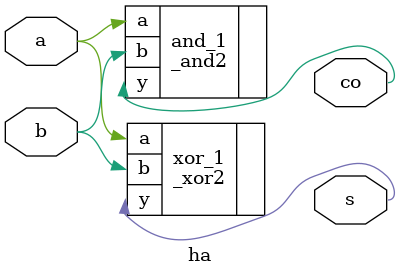
<source format=v>
module ha(a,b,s,co); //Half adder module
  input a,b;
  output s, co; //sum, carry out
  
  _xor2 xor_1(.a(a), .b(b), .y(s)); //XOR module instance
  _and2 and_1(.a(a), .b(b), .y(co)); //AND module instance
  
endmodule

</source>
